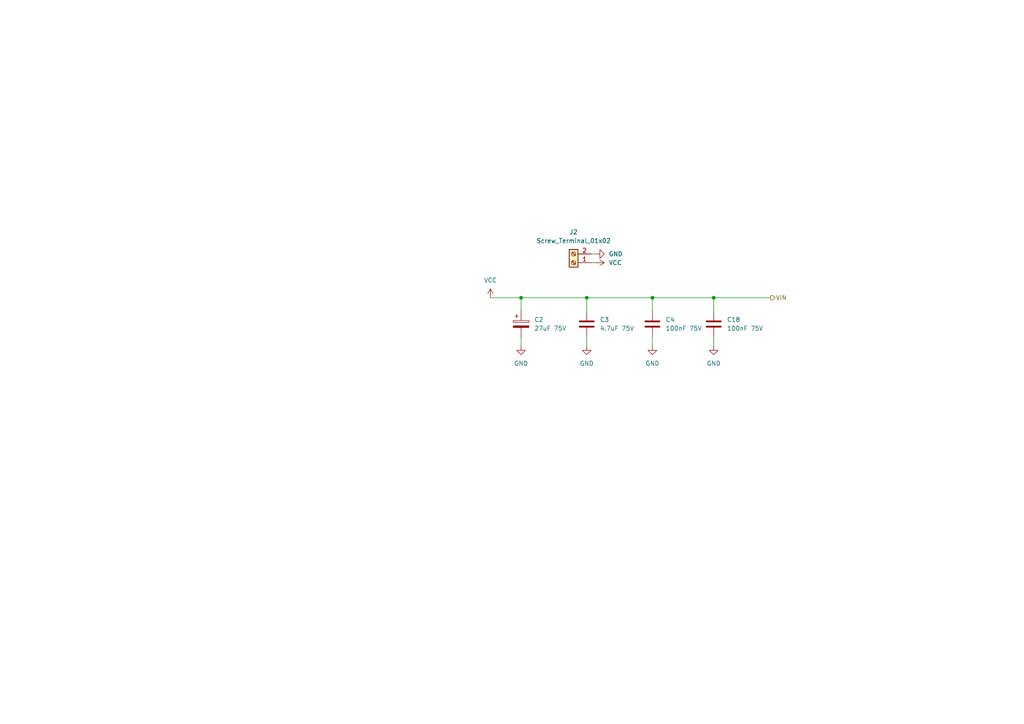
<source format=kicad_sch>
(kicad_sch (version 20211123) (generator eeschema)
  (paper "A4")
  (lib_symbols
    (symbol "Connector:Screw_Terminal_01x02" (pin_names (offset 1.016) hide)
      (property "Reference" "J" (at 0 2.54 0))
      (property "Value" "Screw_Terminal_01x02" (at 0 -5.08 0))
      (symbol "Screw_Terminal_01x02_1_1"
        (rectangle (start -1.27 1.27) (end 1.27 -3.81) (stroke (width 0.254)) (fill (type background)))
        (circle (center 0 -2.54) (radius 0.635) (stroke (width 0.1524)))
        (polyline (pts (xy -0.5334 -2.2098) (xy 0.3302 -3.048)) (stroke (width 0.1524)))
        (polyline (pts (xy -0.5334 0.3302) (xy 0.3302 -0.508)) (stroke (width 0.1524)))
        (polyline (pts (xy -0.3556 -2.032) (xy 0.508 -2.8702)) (stroke (width 0.1524)))
        (polyline (pts (xy -0.3556 0.508) (xy 0.508 -0.3302)) (stroke (width 0.1524)))
        (circle (center 0 0) (radius 0.635) (stroke (width 0.1524)))
        (pin passive line (at -5.08 0 0) (length 3.81) (name "Pin_1") (number "1"))
        (pin passive line (at -5.08 -2.54 0) (length 3.81) (name "Pin_2") (number "2"))
      )
    )
    (symbol "Device:C" (pin_numbers hide) (pin_names (offset 0.254))
      (property "Reference" "C" (at 0.635 2.54 0))
      (property "Value" "C" (at 0.635 -2.54 0))
      (symbol "C_0_1"
        (polyline (pts (xy -2.032 -0.762) (xy 2.032 -0.762)) (stroke (width 0.508)))
        (polyline (pts (xy -2.032 0.762) (xy 2.032 0.762)) (stroke (width 0.508)))
      )
      (symbol "C_1_1"
        (pin passive line (at 0 3.81 270) (length 2.794) (name "~") (number "1"))
        (pin passive line (at 0 -3.81 90) (length 2.794) (name "~") (number "2"))
      )
    )
    (symbol "Device:C_Polarized" (pin_numbers hide) (pin_names (offset 0.254))
      (property "Reference" "C" (at 0.635 2.54 0))
      (property "Value" "C_Polarized" (at 0.635 -2.54 0))
      (symbol "C_Polarized_0_1"
        (rectangle (start -2.286 0.508) (end 2.286 1.016))
        (polyline (pts (xy -1.778 2.286) (xy -0.762 2.286)))
        (polyline (pts (xy -1.27 2.794) (xy -1.27 1.778)))
        (rectangle (start 2.286 -0.508) (end -2.286 -1.016) (fill (type outline)))
      )
      (symbol "C_Polarized_1_1"
        (pin passive line (at 0 3.81 270) (length 2.794) (name "~") (number "1"))
        (pin passive line (at 0 -3.81 90) (length 2.794) (name "~") (number "2"))
      )
    )
    (symbol "power:GND" (power) (pin_names (offset 0))
      (property "Value" "GND" (at 0 -3.81 0))
      (symbol "GND_0_1"
        (polyline (pts (xy 0 0) (xy 0 -1.27) (xy 1.27 -1.27) (xy 0 -2.54) (xy -1.27 -1.27) (xy 0 -1.27)))
      )
      (symbol "GND_1_1"
        (pin power_in line (at 0 0 270) (length 0) hide (name "GND") (number "1"))
      )
    )
    (symbol "power:VCC" (power) (pin_names (offset 0))
      (property "Value" "VCC" (at 0 3.81 0))
      (symbol "VCC_0_1"
        (polyline (pts (xy -0.762 1.27) (xy 0 2.54)))
        (polyline (pts (xy 0 0) (xy 0 2.54)))
        (polyline (pts (xy 0 2.54) (xy 0.762 1.27)))
      )
      (symbol "VCC_1_1"
        (pin power_in line (at 0 0 90) (length 0) hide (name "VCC") (number "1"))
      )
    )
  )
  (junction (at 207.01 86.36))
  (junction (at 170.18 86.36))
  (junction (at 151.13 86.36))
  (junction (at 189.23 86.36))
  (wire (pts (xy 170.18 86.36) (xy 170.18 90.17)))
  (wire (pts (xy 151.13 97.79) (xy 151.13 100.33)))
  (wire (pts (xy 142.24 86.36) (xy 151.13 86.36)))
  (wire (pts (xy 172.72 73.66) (xy 171.45 73.66)))
  (wire (pts (xy 151.13 86.36) (xy 170.18 86.36)))
  (wire (pts (xy 207.01 86.36) (xy 207.01 90.17)))
  (wire (pts (xy 189.23 97.79) (xy 189.23 100.33)))
  (wire (pts (xy 189.23 86.36) (xy 189.23 90.17)))
  (wire (pts (xy 151.13 86.36) (xy 151.13 90.17)))
  (wire (pts (xy 207.01 86.36) (xy 223.52 86.36)))
  (wire (pts (xy 189.23 86.36) (xy 207.01 86.36)))
  (wire (pts (xy 170.18 97.79) (xy 170.18 100.33)))
  (wire (pts (xy 207.01 97.79) (xy 207.01 100.33)))
  (wire (pts (xy 170.18 86.36) (xy 189.23 86.36)))
  (wire (pts (xy 172.72 76.2) (xy 171.45 76.2)))
  (hierarchical_label "VIN" (shape output) (at 223.52 86.36 0))
  (symbol (lib_id "power:GND") (at 170.18 100.33 0) (unit 1)
    (property "Reference" "#PWR018" (effects hide))
    (property "Value" "GND" (at 170.18 105.41 0))
  )
  (symbol (lib_id "Device:C_Polarized") (at 151.13 93.98 0) (unit 1)
    (property "Reference" "C2" (at 154.94 92.71 0) (effects (justify left)))
    (property "Value" "27uF 75V" (at 154.94 95.25 0) (effects (justify left)))
    (property "Footprint" "Capacitor_THT:CP_Radial_D8.0mm_P3.50mm" (effects hide))
    (property "LCSC" "C2972621" (effects hide))
  )
  (symbol (lib_id "Device:C") (at 189.23 93.98 0) (unit 1)
    (property "Reference" "C4" (at 193.04 92.7099 0) (effects (justify left)))
    (property "Value" "100nF 75V" (at 193.04 95.2499 0) (effects (justify left)))
    (property "Footprint" "Capacitor_SMD:C_0603_1608Metric" (effects hide))
    (property "LCSC" "C696916" (effects hide))
  )
  (symbol (lib_id "Device:C") (at 207.01 93.98 0) (unit 1)
    (property "Reference" "C18" (at 210.82 92.7099 0) (effects (justify left)))
    (property "Value" "100nF 75V" (at 210.82 95.2499 0) (effects (justify left)))
    (property "Footprint" "Capacitor_SMD:C_0603_1608Metric" (effects hide))
    (property "LCSC" "C696916" (effects hide))
  )
  (symbol (lib_id "power:GND") (at 172.72 73.66 90) (unit 1)
    (property "Reference" "#PWR019" (effects hide))
    (property "Value" "GND" (at 176.53 73.6599 90) (effects (justify right)))
  )
  (symbol (lib_id "power:GND") (at 189.23 100.33 0) (unit 1)
    (property "Reference" "#PWR04" (effects hide))
    (property "Value" "GND" (at 189.23 105.41 0))
  )
  (symbol (lib_id "power:VCC") (at 172.72 76.2 270) (unit 1)
    (property "Reference" "#PWR020" (effects hide))
    (property "Value" "VCC" (at 176.53 76.1999 90) (effects (justify left)))
  )
  (symbol (lib_id "power:VCC") (at 142.24 86.36 0) (unit 1)
    (property "Reference" "#PWR02" (effects hide))
    (property "Value" "VCC" (at 142.24 81.28 0))
  )
  (symbol (lib_id "Connector:Screw_Terminal_01x02") (at 166.37 76.2 180) (unit 1)
    (property "Reference" "J2" (at 166.37 67.31 0))
    (property "Value" "Screw_Terminal_01x02" (at 166.37 69.85 0))
    (property "Footprint" "TerminalBlock_Phoenix:TerminalBlock_Phoenix_MKDS-1,5-2-5.08_1x02_P5.08mm_Horizontal" (effects hide))
    (property "LCSC" "C8465" (effects hide))
  )
  (symbol (lib_id "power:GND") (at 207.01 100.33 0) (unit 1)
    (property "Reference" "#PWR0103" (effects hide))
    (property "Value" "GND" (at 207.01 105.41 0))
  )
  (symbol (lib_id "power:GND") (at 151.13 100.33 0) (unit 1)
    (property "Reference" "#PWR03" (effects hide))
    (property "Value" "GND" (at 151.13 105.41 0))
  )
  (symbol (lib_id "Device:C") (at 170.18 93.98 0) (unit 1)
    (property "Reference" "C3" (at 173.99 92.7099 0) (effects (justify left)))
    (property "Value" "4.7uF 75V" (at 173.99 95.25 0) (effects (justify left)))
    (property "Footprint" "Capacitor_SMD:C_1210_3225Metric" (effects hide))
    (property "LCSC" "C2979983" (effects hide))
  )
)
</source>
